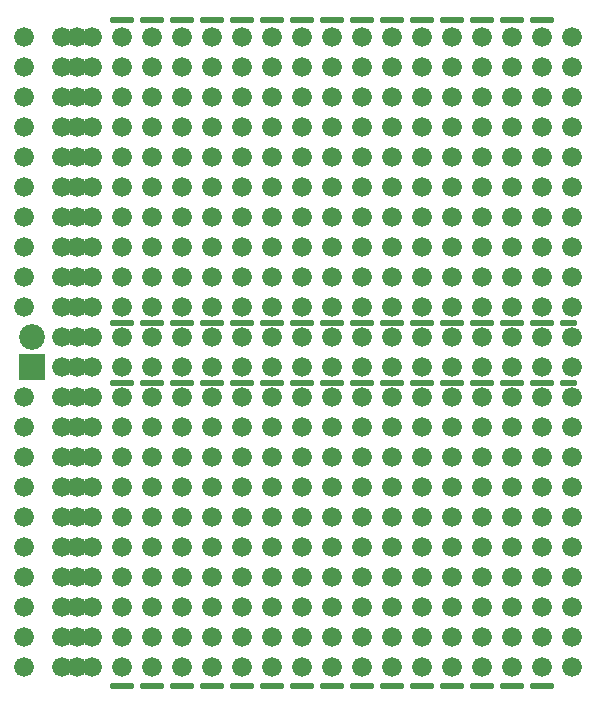
<source format=gbr>
%FSLAX46Y46*%
G04 Gerber Fmt 4.6, Leading zero omitted, Abs format (unit mm)*
G04 Created by KiCad (PCBNEW (2014-08-29 BZR 5106)-product) date Fri 17 Oct 2014 03:49:03 PM PDT*
%MOMM*%
G01*
G04 APERTURE LIST*
%ADD10C,0.100000*%
%ADD11C,1.676400*%
%ADD12R,2.184400X2.184400*%
%ADD13O,2.184400X2.184400*%
%ADD14C,0.254000*%
G04 APERTURE END LIST*
D10*
D11*
X103505000Y-124460000D03*
X103505000Y-121920000D03*
X103505000Y-119380000D03*
X103505000Y-116840000D03*
X103505000Y-114300000D03*
X103505000Y-111760000D03*
X103505000Y-109220000D03*
X103505000Y-106680000D03*
X103505000Y-104140000D03*
X103505000Y-101600000D03*
X103505000Y-93980000D03*
X103505000Y-91440000D03*
X103505000Y-88900000D03*
X103505000Y-86360000D03*
X103505000Y-83820000D03*
X103505000Y-81280000D03*
X103505000Y-78740000D03*
X103505000Y-76200000D03*
X103505000Y-73660000D03*
X103505000Y-71120000D03*
X111760000Y-124460000D03*
X111760000Y-121920000D03*
X111760000Y-119380000D03*
X111760000Y-116840000D03*
X111760000Y-114300000D03*
X111760000Y-111760000D03*
X111760000Y-109220000D03*
X111760000Y-106680000D03*
X111760000Y-104140000D03*
X111760000Y-101600000D03*
X111760000Y-99060000D03*
X111760000Y-96520000D03*
X111760000Y-93980000D03*
X111760000Y-91440000D03*
X111760000Y-88900000D03*
X111760000Y-86360000D03*
X111760000Y-83820000D03*
X111760000Y-81280000D03*
X111760000Y-78740000D03*
X111760000Y-76200000D03*
X111760000Y-73660000D03*
X111760000Y-71120000D03*
X114300000Y-124460000D03*
X114300000Y-121920000D03*
X114300000Y-119380000D03*
X114300000Y-116840000D03*
X114300000Y-114300000D03*
X114300000Y-111760000D03*
X114300000Y-109220000D03*
X114300000Y-106680000D03*
X114300000Y-104140000D03*
X114300000Y-101600000D03*
X114300000Y-99060000D03*
X114300000Y-96520000D03*
X114300000Y-93980000D03*
X114300000Y-91440000D03*
X114300000Y-88900000D03*
X114300000Y-86360000D03*
X114300000Y-83820000D03*
X114300000Y-81280000D03*
X114300000Y-78740000D03*
X114300000Y-76200000D03*
X114300000Y-73660000D03*
X114300000Y-71120000D03*
X109220000Y-124460000D03*
X109220000Y-121920000D03*
X109220000Y-119380000D03*
X109220000Y-116840000D03*
X109220000Y-114300000D03*
X109220000Y-111760000D03*
X109220000Y-109220000D03*
X109220000Y-106680000D03*
X109220000Y-104140000D03*
X109220000Y-101600000D03*
X109220000Y-99060000D03*
X109220000Y-96520000D03*
X109220000Y-93980000D03*
X109220000Y-91440000D03*
X109220000Y-88900000D03*
X109220000Y-86360000D03*
X109220000Y-83820000D03*
X109220000Y-81280000D03*
X109220000Y-78740000D03*
X109220000Y-76200000D03*
X109220000Y-73660000D03*
X109220000Y-71120000D03*
X116840000Y-124460000D03*
X116840000Y-121920000D03*
X116840000Y-119380000D03*
X116840000Y-116840000D03*
X116840000Y-114300000D03*
X116840000Y-111760000D03*
X116840000Y-109220000D03*
X116840000Y-106680000D03*
X116840000Y-104140000D03*
X116840000Y-101600000D03*
X116840000Y-99060000D03*
X116840000Y-96520000D03*
X116840000Y-93980000D03*
X116840000Y-91440000D03*
X116840000Y-88900000D03*
X116840000Y-86360000D03*
X116840000Y-83820000D03*
X116840000Y-81280000D03*
X116840000Y-78740000D03*
X116840000Y-76200000D03*
X116840000Y-73660000D03*
X116840000Y-71120000D03*
X119380000Y-124460000D03*
X119380000Y-121920000D03*
X119380000Y-119380000D03*
X119380000Y-116840000D03*
X119380000Y-114300000D03*
X119380000Y-111760000D03*
X119380000Y-109220000D03*
X119380000Y-106680000D03*
X119380000Y-104140000D03*
X119380000Y-101600000D03*
X119380000Y-99060000D03*
X119380000Y-96520000D03*
X119380000Y-93980000D03*
X119380000Y-91440000D03*
X119380000Y-88900000D03*
X119380000Y-86360000D03*
X119380000Y-83820000D03*
X119380000Y-81280000D03*
X119380000Y-78740000D03*
X119380000Y-76200000D03*
X119380000Y-73660000D03*
X119380000Y-71120000D03*
X107950000Y-124460000D03*
X107950000Y-121920000D03*
X107950000Y-119380000D03*
X107950000Y-116840000D03*
X107950000Y-114300000D03*
X107950000Y-111760000D03*
X107950000Y-109220000D03*
X107950000Y-106680000D03*
X107950000Y-104140000D03*
X107950000Y-101600000D03*
X107950000Y-99060000D03*
X107950000Y-96520000D03*
X107950000Y-93980000D03*
X107950000Y-91440000D03*
X107950000Y-88900000D03*
X107950000Y-86360000D03*
X107950000Y-83820000D03*
X107950000Y-81280000D03*
X107950000Y-78740000D03*
X107950000Y-76200000D03*
X107950000Y-73660000D03*
X107950000Y-71120000D03*
X121920000Y-124460000D03*
X121920000Y-121920000D03*
X121920000Y-119380000D03*
X121920000Y-116840000D03*
X121920000Y-114300000D03*
X121920000Y-111760000D03*
X121920000Y-109220000D03*
X121920000Y-106680000D03*
X121920000Y-104140000D03*
X121920000Y-101600000D03*
X121920000Y-99060000D03*
X121920000Y-96520000D03*
X121920000Y-93980000D03*
X121920000Y-91440000D03*
X121920000Y-88900000D03*
X121920000Y-86360000D03*
X121920000Y-83820000D03*
X121920000Y-81280000D03*
X121920000Y-78740000D03*
X121920000Y-76200000D03*
X121920000Y-73660000D03*
X121920000Y-71120000D03*
X124460000Y-124460000D03*
X124460000Y-121920000D03*
X124460000Y-119380000D03*
X124460000Y-116840000D03*
X124460000Y-114300000D03*
X124460000Y-111760000D03*
X124460000Y-109220000D03*
X124460000Y-106680000D03*
X124460000Y-104140000D03*
X124460000Y-101600000D03*
X124460000Y-99060000D03*
X124460000Y-96520000D03*
X124460000Y-93980000D03*
X124460000Y-91440000D03*
X124460000Y-88900000D03*
X124460000Y-86360000D03*
X124460000Y-83820000D03*
X124460000Y-81280000D03*
X124460000Y-78740000D03*
X124460000Y-76200000D03*
X124460000Y-73660000D03*
X124460000Y-71120000D03*
X106680000Y-124460000D03*
X106680000Y-121920000D03*
X106680000Y-119380000D03*
X106680000Y-116840000D03*
X106680000Y-114300000D03*
X106680000Y-111760000D03*
X106680000Y-109220000D03*
X106680000Y-106680000D03*
X106680000Y-104140000D03*
X106680000Y-101600000D03*
X106680000Y-99060000D03*
X106680000Y-96520000D03*
X106680000Y-93980000D03*
X106680000Y-91440000D03*
X106680000Y-88900000D03*
X106680000Y-86360000D03*
X106680000Y-83820000D03*
X106680000Y-81280000D03*
X106680000Y-78740000D03*
X106680000Y-76200000D03*
X106680000Y-73660000D03*
X106680000Y-71120000D03*
X127000000Y-124460000D03*
X127000000Y-121920000D03*
X127000000Y-119380000D03*
X127000000Y-116840000D03*
X127000000Y-114300000D03*
X127000000Y-111760000D03*
X127000000Y-109220000D03*
X127000000Y-106680000D03*
X127000000Y-104140000D03*
X127000000Y-101600000D03*
X127000000Y-99060000D03*
X127000000Y-96520000D03*
X127000000Y-93980000D03*
X127000000Y-91440000D03*
X127000000Y-88900000D03*
X127000000Y-86360000D03*
X127000000Y-83820000D03*
X127000000Y-81280000D03*
X127000000Y-78740000D03*
X127000000Y-76200000D03*
X127000000Y-73660000D03*
X127000000Y-71120000D03*
X129540000Y-124460000D03*
X129540000Y-121920000D03*
X129540000Y-119380000D03*
X129540000Y-116840000D03*
X129540000Y-114300000D03*
X129540000Y-111760000D03*
X129540000Y-109220000D03*
X129540000Y-106680000D03*
X129540000Y-104140000D03*
X129540000Y-101600000D03*
X129540000Y-99060000D03*
X129540000Y-96520000D03*
X129540000Y-93980000D03*
X129540000Y-91440000D03*
X129540000Y-88900000D03*
X129540000Y-86360000D03*
X129540000Y-83820000D03*
X129540000Y-81280000D03*
X129540000Y-78740000D03*
X129540000Y-76200000D03*
X129540000Y-73660000D03*
X129540000Y-71120000D03*
X132080000Y-124460000D03*
X132080000Y-121920000D03*
X132080000Y-119380000D03*
X132080000Y-116840000D03*
X132080000Y-114300000D03*
X132080000Y-111760000D03*
X132080000Y-109220000D03*
X132080000Y-106680000D03*
X132080000Y-104140000D03*
X132080000Y-101600000D03*
X132080000Y-99060000D03*
X132080000Y-96520000D03*
X132080000Y-93980000D03*
X132080000Y-91440000D03*
X132080000Y-88900000D03*
X132080000Y-86360000D03*
X132080000Y-83820000D03*
X132080000Y-81280000D03*
X132080000Y-78740000D03*
X132080000Y-76200000D03*
X132080000Y-73660000D03*
X132080000Y-71120000D03*
X134620000Y-124460000D03*
X134620000Y-121920000D03*
X134620000Y-119380000D03*
X134620000Y-116840000D03*
X134620000Y-114300000D03*
X134620000Y-111760000D03*
X134620000Y-109220000D03*
X134620000Y-106680000D03*
X134620000Y-104140000D03*
X134620000Y-101600000D03*
X134620000Y-99060000D03*
X134620000Y-96520000D03*
X134620000Y-93980000D03*
X134620000Y-91440000D03*
X134620000Y-88900000D03*
X134620000Y-86360000D03*
X134620000Y-83820000D03*
X134620000Y-81280000D03*
X134620000Y-78740000D03*
X134620000Y-76200000D03*
X134620000Y-73660000D03*
X134620000Y-71120000D03*
X137160000Y-124460000D03*
X137160000Y-121920000D03*
X137160000Y-119380000D03*
X137160000Y-116840000D03*
X137160000Y-114300000D03*
X137160000Y-111760000D03*
X137160000Y-109220000D03*
X137160000Y-106680000D03*
X137160000Y-104140000D03*
X137160000Y-101600000D03*
X137160000Y-99060000D03*
X137160000Y-96520000D03*
X137160000Y-93980000D03*
X137160000Y-91440000D03*
X137160000Y-88900000D03*
X137160000Y-86360000D03*
X137160000Y-83820000D03*
X137160000Y-81280000D03*
X137160000Y-78740000D03*
X137160000Y-76200000D03*
X137160000Y-73660000D03*
X137160000Y-71120000D03*
X139700000Y-124460000D03*
X139700000Y-121920000D03*
X139700000Y-119380000D03*
X139700000Y-116840000D03*
X139700000Y-114300000D03*
X139700000Y-111760000D03*
X139700000Y-109220000D03*
X139700000Y-106680000D03*
X139700000Y-104140000D03*
X139700000Y-101600000D03*
X139700000Y-99060000D03*
X139700000Y-96520000D03*
X139700000Y-93980000D03*
X139700000Y-91440000D03*
X139700000Y-88900000D03*
X139700000Y-86360000D03*
X139700000Y-83820000D03*
X139700000Y-81280000D03*
X139700000Y-78740000D03*
X139700000Y-76200000D03*
X139700000Y-73660000D03*
X139700000Y-71120000D03*
X142240000Y-124460000D03*
X142240000Y-121920000D03*
X142240000Y-119380000D03*
X142240000Y-116840000D03*
X142240000Y-114300000D03*
X142240000Y-111760000D03*
X142240000Y-109220000D03*
X142240000Y-106680000D03*
X142240000Y-104140000D03*
X142240000Y-101600000D03*
X142240000Y-99060000D03*
X142240000Y-96520000D03*
X142240000Y-93980000D03*
X142240000Y-91440000D03*
X142240000Y-88900000D03*
X142240000Y-86360000D03*
X142240000Y-83820000D03*
X142240000Y-81280000D03*
X142240000Y-78740000D03*
X142240000Y-76200000D03*
X142240000Y-73660000D03*
X142240000Y-71120000D03*
X144780000Y-124460000D03*
X144780000Y-121920000D03*
X144780000Y-119380000D03*
X144780000Y-116840000D03*
X144780000Y-114300000D03*
X144780000Y-111760000D03*
X144780000Y-109220000D03*
X144780000Y-106680000D03*
X144780000Y-104140000D03*
X144780000Y-101600000D03*
X144780000Y-99060000D03*
X144780000Y-96520000D03*
X144780000Y-93980000D03*
X144780000Y-91440000D03*
X144780000Y-88900000D03*
X144780000Y-86360000D03*
X144780000Y-83820000D03*
X144780000Y-81280000D03*
X144780000Y-78740000D03*
X144780000Y-76200000D03*
X144780000Y-73660000D03*
X144780000Y-71120000D03*
X147320000Y-124460000D03*
X147320000Y-121920000D03*
X147320000Y-119380000D03*
X147320000Y-116840000D03*
X147320000Y-114300000D03*
X147320000Y-111760000D03*
X147320000Y-109220000D03*
X147320000Y-106680000D03*
X147320000Y-104140000D03*
X147320000Y-101600000D03*
X147320000Y-99060000D03*
X147320000Y-96520000D03*
X147320000Y-93980000D03*
X147320000Y-91440000D03*
X147320000Y-88900000D03*
X147320000Y-86360000D03*
X147320000Y-83820000D03*
X147320000Y-81280000D03*
X147320000Y-78740000D03*
X147320000Y-76200000D03*
X147320000Y-73660000D03*
X147320000Y-71120000D03*
X149860000Y-124460000D03*
X149860000Y-121920000D03*
X149860000Y-119380000D03*
X149860000Y-116840000D03*
X149860000Y-114300000D03*
X149860000Y-111760000D03*
X149860000Y-109220000D03*
X149860000Y-106680000D03*
X149860000Y-104140000D03*
X149860000Y-101600000D03*
X149860000Y-99060000D03*
X149860000Y-96520000D03*
X149860000Y-93980000D03*
X149860000Y-91440000D03*
X149860000Y-88900000D03*
X149860000Y-86360000D03*
X149860000Y-83820000D03*
X149860000Y-81280000D03*
X149860000Y-78740000D03*
X149860000Y-76200000D03*
X149860000Y-73660000D03*
X149860000Y-71120000D03*
D12*
X104140000Y-99060000D03*
D13*
X104140000Y-96520000D03*
D14*
G36*
X150114000Y-95377000D02*
X148971000Y-95377000D01*
X148971000Y-95123000D01*
X150114000Y-95123000D01*
X150114000Y-95377000D01*
X150114000Y-95377000D01*
G37*
X150114000Y-95377000D02*
X148971000Y-95377000D01*
X148971000Y-95123000D01*
X150114000Y-95123000D01*
X150114000Y-95377000D01*
G36*
X150114000Y-100457000D02*
X148971000Y-100457000D01*
X148971000Y-100203000D01*
X150114000Y-100203000D01*
X150114000Y-100457000D01*
X150114000Y-100457000D01*
G37*
X150114000Y-100457000D02*
X148971000Y-100457000D01*
X148971000Y-100203000D01*
X150114000Y-100203000D01*
X150114000Y-100457000D01*
G36*
X148209000Y-100457000D02*
X146431000Y-100457000D01*
X146431000Y-100203000D01*
X148209000Y-100203000D01*
X148209000Y-100457000D01*
X148209000Y-100457000D01*
G37*
X148209000Y-100457000D02*
X146431000Y-100457000D01*
X146431000Y-100203000D01*
X148209000Y-100203000D01*
X148209000Y-100457000D01*
G36*
X145669000Y-100457000D02*
X143891000Y-100457000D01*
X143891000Y-100203000D01*
X145669000Y-100203000D01*
X145669000Y-100457000D01*
X145669000Y-100457000D01*
G37*
X145669000Y-100457000D02*
X143891000Y-100457000D01*
X143891000Y-100203000D01*
X145669000Y-100203000D01*
X145669000Y-100457000D01*
G36*
X143129000Y-100457000D02*
X141351000Y-100457000D01*
X141351000Y-100203000D01*
X143129000Y-100203000D01*
X143129000Y-100457000D01*
X143129000Y-100457000D01*
G37*
X143129000Y-100457000D02*
X141351000Y-100457000D01*
X141351000Y-100203000D01*
X143129000Y-100203000D01*
X143129000Y-100457000D01*
G36*
X140589000Y-100457000D02*
X138811000Y-100457000D01*
X138811000Y-100203000D01*
X140589000Y-100203000D01*
X140589000Y-100457000D01*
X140589000Y-100457000D01*
G37*
X140589000Y-100457000D02*
X138811000Y-100457000D01*
X138811000Y-100203000D01*
X140589000Y-100203000D01*
X140589000Y-100457000D01*
G36*
X138049000Y-100457000D02*
X136271000Y-100457000D01*
X136271000Y-100203000D01*
X138049000Y-100203000D01*
X138049000Y-100457000D01*
X138049000Y-100457000D01*
G37*
X138049000Y-100457000D02*
X136271000Y-100457000D01*
X136271000Y-100203000D01*
X138049000Y-100203000D01*
X138049000Y-100457000D01*
G36*
X135509000Y-100457000D02*
X133731000Y-100457000D01*
X133731000Y-100203000D01*
X135509000Y-100203000D01*
X135509000Y-100457000D01*
X135509000Y-100457000D01*
G37*
X135509000Y-100457000D02*
X133731000Y-100457000D01*
X133731000Y-100203000D01*
X135509000Y-100203000D01*
X135509000Y-100457000D01*
G36*
X132969000Y-100457000D02*
X131191000Y-100457000D01*
X131191000Y-100203000D01*
X132969000Y-100203000D01*
X132969000Y-100457000D01*
X132969000Y-100457000D01*
G37*
X132969000Y-100457000D02*
X131191000Y-100457000D01*
X131191000Y-100203000D01*
X132969000Y-100203000D01*
X132969000Y-100457000D01*
G36*
X130429000Y-100457000D02*
X128651000Y-100457000D01*
X128651000Y-100203000D01*
X130429000Y-100203000D01*
X130429000Y-100457000D01*
X130429000Y-100457000D01*
G37*
X130429000Y-100457000D02*
X128651000Y-100457000D01*
X128651000Y-100203000D01*
X130429000Y-100203000D01*
X130429000Y-100457000D01*
G36*
X127889000Y-100457000D02*
X126111000Y-100457000D01*
X126111000Y-100203000D01*
X127889000Y-100203000D01*
X127889000Y-100457000D01*
X127889000Y-100457000D01*
G37*
X127889000Y-100457000D02*
X126111000Y-100457000D01*
X126111000Y-100203000D01*
X127889000Y-100203000D01*
X127889000Y-100457000D01*
G36*
X125349000Y-100457000D02*
X123571000Y-100457000D01*
X123571000Y-100203000D01*
X125349000Y-100203000D01*
X125349000Y-100457000D01*
X125349000Y-100457000D01*
G37*
X125349000Y-100457000D02*
X123571000Y-100457000D01*
X123571000Y-100203000D01*
X125349000Y-100203000D01*
X125349000Y-100457000D01*
G36*
X122809000Y-100457000D02*
X121031000Y-100457000D01*
X121031000Y-100203000D01*
X122809000Y-100203000D01*
X122809000Y-100457000D01*
X122809000Y-100457000D01*
G37*
X122809000Y-100457000D02*
X121031000Y-100457000D01*
X121031000Y-100203000D01*
X122809000Y-100203000D01*
X122809000Y-100457000D01*
G36*
X120269000Y-100457000D02*
X118491000Y-100457000D01*
X118491000Y-100203000D01*
X120269000Y-100203000D01*
X120269000Y-100457000D01*
X120269000Y-100457000D01*
G37*
X120269000Y-100457000D02*
X118491000Y-100457000D01*
X118491000Y-100203000D01*
X120269000Y-100203000D01*
X120269000Y-100457000D01*
G36*
X117729000Y-100457000D02*
X115951000Y-100457000D01*
X115951000Y-100203000D01*
X117729000Y-100203000D01*
X117729000Y-100457000D01*
X117729000Y-100457000D01*
G37*
X117729000Y-100457000D02*
X115951000Y-100457000D01*
X115951000Y-100203000D01*
X117729000Y-100203000D01*
X117729000Y-100457000D01*
G36*
X115189000Y-100457000D02*
X113411000Y-100457000D01*
X113411000Y-100203000D01*
X115189000Y-100203000D01*
X115189000Y-100457000D01*
X115189000Y-100457000D01*
G37*
X115189000Y-100457000D02*
X113411000Y-100457000D01*
X113411000Y-100203000D01*
X115189000Y-100203000D01*
X115189000Y-100457000D01*
G36*
X112649000Y-100457000D02*
X110871000Y-100457000D01*
X110871000Y-100203000D01*
X112649000Y-100203000D01*
X112649000Y-100457000D01*
X112649000Y-100457000D01*
G37*
X112649000Y-100457000D02*
X110871000Y-100457000D01*
X110871000Y-100203000D01*
X112649000Y-100203000D01*
X112649000Y-100457000D01*
G36*
X148209000Y-95377000D02*
X146431000Y-95377000D01*
X146431000Y-95123000D01*
X148209000Y-95123000D01*
X148209000Y-95377000D01*
X148209000Y-95377000D01*
G37*
X148209000Y-95377000D02*
X146431000Y-95377000D01*
X146431000Y-95123000D01*
X148209000Y-95123000D01*
X148209000Y-95377000D01*
G36*
X145669000Y-95377000D02*
X143891000Y-95377000D01*
X143891000Y-95123000D01*
X145669000Y-95123000D01*
X145669000Y-95377000D01*
X145669000Y-95377000D01*
G37*
X145669000Y-95377000D02*
X143891000Y-95377000D01*
X143891000Y-95123000D01*
X145669000Y-95123000D01*
X145669000Y-95377000D01*
G36*
X143129000Y-95377000D02*
X141351000Y-95377000D01*
X141351000Y-95123000D01*
X143129000Y-95123000D01*
X143129000Y-95377000D01*
X143129000Y-95377000D01*
G37*
X143129000Y-95377000D02*
X141351000Y-95377000D01*
X141351000Y-95123000D01*
X143129000Y-95123000D01*
X143129000Y-95377000D01*
G36*
X140589000Y-95377000D02*
X138811000Y-95377000D01*
X138811000Y-95123000D01*
X140589000Y-95123000D01*
X140589000Y-95377000D01*
X140589000Y-95377000D01*
G37*
X140589000Y-95377000D02*
X138811000Y-95377000D01*
X138811000Y-95123000D01*
X140589000Y-95123000D01*
X140589000Y-95377000D01*
G36*
X138049000Y-95377000D02*
X136271000Y-95377000D01*
X136271000Y-95123000D01*
X138049000Y-95123000D01*
X138049000Y-95377000D01*
X138049000Y-95377000D01*
G37*
X138049000Y-95377000D02*
X136271000Y-95377000D01*
X136271000Y-95123000D01*
X138049000Y-95123000D01*
X138049000Y-95377000D01*
G36*
X135509000Y-95377000D02*
X133731000Y-95377000D01*
X133731000Y-95123000D01*
X135509000Y-95123000D01*
X135509000Y-95377000D01*
X135509000Y-95377000D01*
G37*
X135509000Y-95377000D02*
X133731000Y-95377000D01*
X133731000Y-95123000D01*
X135509000Y-95123000D01*
X135509000Y-95377000D01*
G36*
X132969000Y-95377000D02*
X131191000Y-95377000D01*
X131191000Y-95123000D01*
X132969000Y-95123000D01*
X132969000Y-95377000D01*
X132969000Y-95377000D01*
G37*
X132969000Y-95377000D02*
X131191000Y-95377000D01*
X131191000Y-95123000D01*
X132969000Y-95123000D01*
X132969000Y-95377000D01*
G36*
X130429000Y-95377000D02*
X128651000Y-95377000D01*
X128651000Y-95123000D01*
X130429000Y-95123000D01*
X130429000Y-95377000D01*
X130429000Y-95377000D01*
G37*
X130429000Y-95377000D02*
X128651000Y-95377000D01*
X128651000Y-95123000D01*
X130429000Y-95123000D01*
X130429000Y-95377000D01*
G36*
X127889000Y-95377000D02*
X126111000Y-95377000D01*
X126111000Y-95123000D01*
X127889000Y-95123000D01*
X127889000Y-95377000D01*
X127889000Y-95377000D01*
G37*
X127889000Y-95377000D02*
X126111000Y-95377000D01*
X126111000Y-95123000D01*
X127889000Y-95123000D01*
X127889000Y-95377000D01*
G36*
X125349000Y-95377000D02*
X123571000Y-95377000D01*
X123571000Y-95123000D01*
X125349000Y-95123000D01*
X125349000Y-95377000D01*
X125349000Y-95377000D01*
G37*
X125349000Y-95377000D02*
X123571000Y-95377000D01*
X123571000Y-95123000D01*
X125349000Y-95123000D01*
X125349000Y-95377000D01*
G36*
X122809000Y-95377000D02*
X121031000Y-95377000D01*
X121031000Y-95123000D01*
X122809000Y-95123000D01*
X122809000Y-95377000D01*
X122809000Y-95377000D01*
G37*
X122809000Y-95377000D02*
X121031000Y-95377000D01*
X121031000Y-95123000D01*
X122809000Y-95123000D01*
X122809000Y-95377000D01*
G36*
X120269000Y-95377000D02*
X118491000Y-95377000D01*
X118491000Y-95123000D01*
X120269000Y-95123000D01*
X120269000Y-95377000D01*
X120269000Y-95377000D01*
G37*
X120269000Y-95377000D02*
X118491000Y-95377000D01*
X118491000Y-95123000D01*
X120269000Y-95123000D01*
X120269000Y-95377000D01*
G36*
X117729000Y-95377000D02*
X115951000Y-95377000D01*
X115951000Y-95123000D01*
X117729000Y-95123000D01*
X117729000Y-95377000D01*
X117729000Y-95377000D01*
G37*
X117729000Y-95377000D02*
X115951000Y-95377000D01*
X115951000Y-95123000D01*
X117729000Y-95123000D01*
X117729000Y-95377000D01*
G36*
X115189000Y-95377000D02*
X113411000Y-95377000D01*
X113411000Y-95123000D01*
X115189000Y-95123000D01*
X115189000Y-95377000D01*
X115189000Y-95377000D01*
G37*
X115189000Y-95377000D02*
X113411000Y-95377000D01*
X113411000Y-95123000D01*
X115189000Y-95123000D01*
X115189000Y-95377000D01*
G36*
X112649000Y-95377000D02*
X110871000Y-95377000D01*
X110871000Y-95123000D01*
X112649000Y-95123000D01*
X112649000Y-95377000D01*
X112649000Y-95377000D01*
G37*
X112649000Y-95377000D02*
X110871000Y-95377000D01*
X110871000Y-95123000D01*
X112649000Y-95123000D01*
X112649000Y-95377000D01*
G36*
X148209000Y-69723000D02*
X146431000Y-69723000D01*
X146431000Y-69469000D01*
X148209000Y-69469000D01*
X148209000Y-69723000D01*
X148209000Y-69723000D01*
G37*
X148209000Y-69723000D02*
X146431000Y-69723000D01*
X146431000Y-69469000D01*
X148209000Y-69469000D01*
X148209000Y-69723000D01*
G36*
X145669000Y-69723000D02*
X143891000Y-69723000D01*
X143891000Y-69469000D01*
X145669000Y-69469000D01*
X145669000Y-69723000D01*
X145669000Y-69723000D01*
G37*
X145669000Y-69723000D02*
X143891000Y-69723000D01*
X143891000Y-69469000D01*
X145669000Y-69469000D01*
X145669000Y-69723000D01*
G36*
X143129000Y-69723000D02*
X141351000Y-69723000D01*
X141351000Y-69469000D01*
X143129000Y-69469000D01*
X143129000Y-69723000D01*
X143129000Y-69723000D01*
G37*
X143129000Y-69723000D02*
X141351000Y-69723000D01*
X141351000Y-69469000D01*
X143129000Y-69469000D01*
X143129000Y-69723000D01*
G36*
X140589000Y-69723000D02*
X138811000Y-69723000D01*
X138811000Y-69469000D01*
X140589000Y-69469000D01*
X140589000Y-69723000D01*
X140589000Y-69723000D01*
G37*
X140589000Y-69723000D02*
X138811000Y-69723000D01*
X138811000Y-69469000D01*
X140589000Y-69469000D01*
X140589000Y-69723000D01*
G36*
X138049000Y-69723000D02*
X136271000Y-69723000D01*
X136271000Y-69469000D01*
X138049000Y-69469000D01*
X138049000Y-69723000D01*
X138049000Y-69723000D01*
G37*
X138049000Y-69723000D02*
X136271000Y-69723000D01*
X136271000Y-69469000D01*
X138049000Y-69469000D01*
X138049000Y-69723000D01*
G36*
X135509000Y-69723000D02*
X133731000Y-69723000D01*
X133731000Y-69469000D01*
X135509000Y-69469000D01*
X135509000Y-69723000D01*
X135509000Y-69723000D01*
G37*
X135509000Y-69723000D02*
X133731000Y-69723000D01*
X133731000Y-69469000D01*
X135509000Y-69469000D01*
X135509000Y-69723000D01*
G36*
X132969000Y-69723000D02*
X131191000Y-69723000D01*
X131191000Y-69469000D01*
X132969000Y-69469000D01*
X132969000Y-69723000D01*
X132969000Y-69723000D01*
G37*
X132969000Y-69723000D02*
X131191000Y-69723000D01*
X131191000Y-69469000D01*
X132969000Y-69469000D01*
X132969000Y-69723000D01*
G36*
X130429000Y-69723000D02*
X128651000Y-69723000D01*
X128651000Y-69469000D01*
X130429000Y-69469000D01*
X130429000Y-69723000D01*
X130429000Y-69723000D01*
G37*
X130429000Y-69723000D02*
X128651000Y-69723000D01*
X128651000Y-69469000D01*
X130429000Y-69469000D01*
X130429000Y-69723000D01*
G36*
X127889000Y-69723000D02*
X126111000Y-69723000D01*
X126111000Y-69469000D01*
X127889000Y-69469000D01*
X127889000Y-69723000D01*
X127889000Y-69723000D01*
G37*
X127889000Y-69723000D02*
X126111000Y-69723000D01*
X126111000Y-69469000D01*
X127889000Y-69469000D01*
X127889000Y-69723000D01*
G36*
X125349000Y-69723000D02*
X123571000Y-69723000D01*
X123571000Y-69469000D01*
X125349000Y-69469000D01*
X125349000Y-69723000D01*
X125349000Y-69723000D01*
G37*
X125349000Y-69723000D02*
X123571000Y-69723000D01*
X123571000Y-69469000D01*
X125349000Y-69469000D01*
X125349000Y-69723000D01*
G36*
X122809000Y-69723000D02*
X121031000Y-69723000D01*
X121031000Y-69469000D01*
X122809000Y-69469000D01*
X122809000Y-69723000D01*
X122809000Y-69723000D01*
G37*
X122809000Y-69723000D02*
X121031000Y-69723000D01*
X121031000Y-69469000D01*
X122809000Y-69469000D01*
X122809000Y-69723000D01*
G36*
X120269000Y-69723000D02*
X118491000Y-69723000D01*
X118491000Y-69469000D01*
X120269000Y-69469000D01*
X120269000Y-69723000D01*
X120269000Y-69723000D01*
G37*
X120269000Y-69723000D02*
X118491000Y-69723000D01*
X118491000Y-69469000D01*
X120269000Y-69469000D01*
X120269000Y-69723000D01*
G36*
X117729000Y-69723000D02*
X115951000Y-69723000D01*
X115951000Y-69469000D01*
X117729000Y-69469000D01*
X117729000Y-69723000D01*
X117729000Y-69723000D01*
G37*
X117729000Y-69723000D02*
X115951000Y-69723000D01*
X115951000Y-69469000D01*
X117729000Y-69469000D01*
X117729000Y-69723000D01*
G36*
X115189000Y-69723000D02*
X113411000Y-69723000D01*
X113411000Y-69469000D01*
X115189000Y-69469000D01*
X115189000Y-69723000D01*
X115189000Y-69723000D01*
G37*
X115189000Y-69723000D02*
X113411000Y-69723000D01*
X113411000Y-69469000D01*
X115189000Y-69469000D01*
X115189000Y-69723000D01*
G36*
X112649000Y-69723000D02*
X110871000Y-69723000D01*
X110871000Y-69469000D01*
X112649000Y-69469000D01*
X112649000Y-69723000D01*
X112649000Y-69723000D01*
G37*
X112649000Y-69723000D02*
X110871000Y-69723000D01*
X110871000Y-69469000D01*
X112649000Y-69469000D01*
X112649000Y-69723000D01*
G36*
X148209000Y-126111000D02*
X146431000Y-126111000D01*
X146431000Y-125857000D01*
X148209000Y-125857000D01*
X148209000Y-126111000D01*
X148209000Y-126111000D01*
G37*
X148209000Y-126111000D02*
X146431000Y-126111000D01*
X146431000Y-125857000D01*
X148209000Y-125857000D01*
X148209000Y-126111000D01*
G36*
X145669000Y-126111000D02*
X143891000Y-126111000D01*
X143891000Y-125857000D01*
X145669000Y-125857000D01*
X145669000Y-126111000D01*
X145669000Y-126111000D01*
G37*
X145669000Y-126111000D02*
X143891000Y-126111000D01*
X143891000Y-125857000D01*
X145669000Y-125857000D01*
X145669000Y-126111000D01*
G36*
X143129000Y-126111000D02*
X141351000Y-126111000D01*
X141351000Y-125857000D01*
X143129000Y-125857000D01*
X143129000Y-126111000D01*
X143129000Y-126111000D01*
G37*
X143129000Y-126111000D02*
X141351000Y-126111000D01*
X141351000Y-125857000D01*
X143129000Y-125857000D01*
X143129000Y-126111000D01*
G36*
X140589000Y-126111000D02*
X138811000Y-126111000D01*
X138811000Y-125857000D01*
X140589000Y-125857000D01*
X140589000Y-126111000D01*
X140589000Y-126111000D01*
G37*
X140589000Y-126111000D02*
X138811000Y-126111000D01*
X138811000Y-125857000D01*
X140589000Y-125857000D01*
X140589000Y-126111000D01*
G36*
X138049000Y-126111000D02*
X136271000Y-126111000D01*
X136271000Y-125857000D01*
X138049000Y-125857000D01*
X138049000Y-126111000D01*
X138049000Y-126111000D01*
G37*
X138049000Y-126111000D02*
X136271000Y-126111000D01*
X136271000Y-125857000D01*
X138049000Y-125857000D01*
X138049000Y-126111000D01*
G36*
X135509000Y-126111000D02*
X133731000Y-126111000D01*
X133731000Y-125857000D01*
X135509000Y-125857000D01*
X135509000Y-126111000D01*
X135509000Y-126111000D01*
G37*
X135509000Y-126111000D02*
X133731000Y-126111000D01*
X133731000Y-125857000D01*
X135509000Y-125857000D01*
X135509000Y-126111000D01*
G36*
X132969000Y-126111000D02*
X131191000Y-126111000D01*
X131191000Y-125857000D01*
X132969000Y-125857000D01*
X132969000Y-126111000D01*
X132969000Y-126111000D01*
G37*
X132969000Y-126111000D02*
X131191000Y-126111000D01*
X131191000Y-125857000D01*
X132969000Y-125857000D01*
X132969000Y-126111000D01*
G36*
X130429000Y-126111000D02*
X128651000Y-126111000D01*
X128651000Y-125857000D01*
X130429000Y-125857000D01*
X130429000Y-126111000D01*
X130429000Y-126111000D01*
G37*
X130429000Y-126111000D02*
X128651000Y-126111000D01*
X128651000Y-125857000D01*
X130429000Y-125857000D01*
X130429000Y-126111000D01*
G36*
X127889000Y-126111000D02*
X126111000Y-126111000D01*
X126111000Y-125857000D01*
X127889000Y-125857000D01*
X127889000Y-126111000D01*
X127889000Y-126111000D01*
G37*
X127889000Y-126111000D02*
X126111000Y-126111000D01*
X126111000Y-125857000D01*
X127889000Y-125857000D01*
X127889000Y-126111000D01*
G36*
X125349000Y-126111000D02*
X123571000Y-126111000D01*
X123571000Y-125857000D01*
X125349000Y-125857000D01*
X125349000Y-126111000D01*
X125349000Y-126111000D01*
G37*
X125349000Y-126111000D02*
X123571000Y-126111000D01*
X123571000Y-125857000D01*
X125349000Y-125857000D01*
X125349000Y-126111000D01*
G36*
X122809000Y-126111000D02*
X121031000Y-126111000D01*
X121031000Y-125857000D01*
X122809000Y-125857000D01*
X122809000Y-126111000D01*
X122809000Y-126111000D01*
G37*
X122809000Y-126111000D02*
X121031000Y-126111000D01*
X121031000Y-125857000D01*
X122809000Y-125857000D01*
X122809000Y-126111000D01*
G36*
X120269000Y-126111000D02*
X118491000Y-126111000D01*
X118491000Y-125857000D01*
X120269000Y-125857000D01*
X120269000Y-126111000D01*
X120269000Y-126111000D01*
G37*
X120269000Y-126111000D02*
X118491000Y-126111000D01*
X118491000Y-125857000D01*
X120269000Y-125857000D01*
X120269000Y-126111000D01*
G36*
X117729000Y-126111000D02*
X115951000Y-126111000D01*
X115951000Y-125857000D01*
X117729000Y-125857000D01*
X117729000Y-126111000D01*
X117729000Y-126111000D01*
G37*
X117729000Y-126111000D02*
X115951000Y-126111000D01*
X115951000Y-125857000D01*
X117729000Y-125857000D01*
X117729000Y-126111000D01*
G36*
X115189000Y-126111000D02*
X113411000Y-126111000D01*
X113411000Y-125857000D01*
X115189000Y-125857000D01*
X115189000Y-126111000D01*
X115189000Y-126111000D01*
G37*
X115189000Y-126111000D02*
X113411000Y-126111000D01*
X113411000Y-125857000D01*
X115189000Y-125857000D01*
X115189000Y-126111000D01*
G36*
X112649000Y-126111000D02*
X110871000Y-126111000D01*
X110871000Y-125857000D01*
X112649000Y-125857000D01*
X112649000Y-126111000D01*
X112649000Y-126111000D01*
G37*
X112649000Y-126111000D02*
X110871000Y-126111000D01*
X110871000Y-125857000D01*
X112649000Y-125857000D01*
X112649000Y-126111000D01*
M02*

</source>
